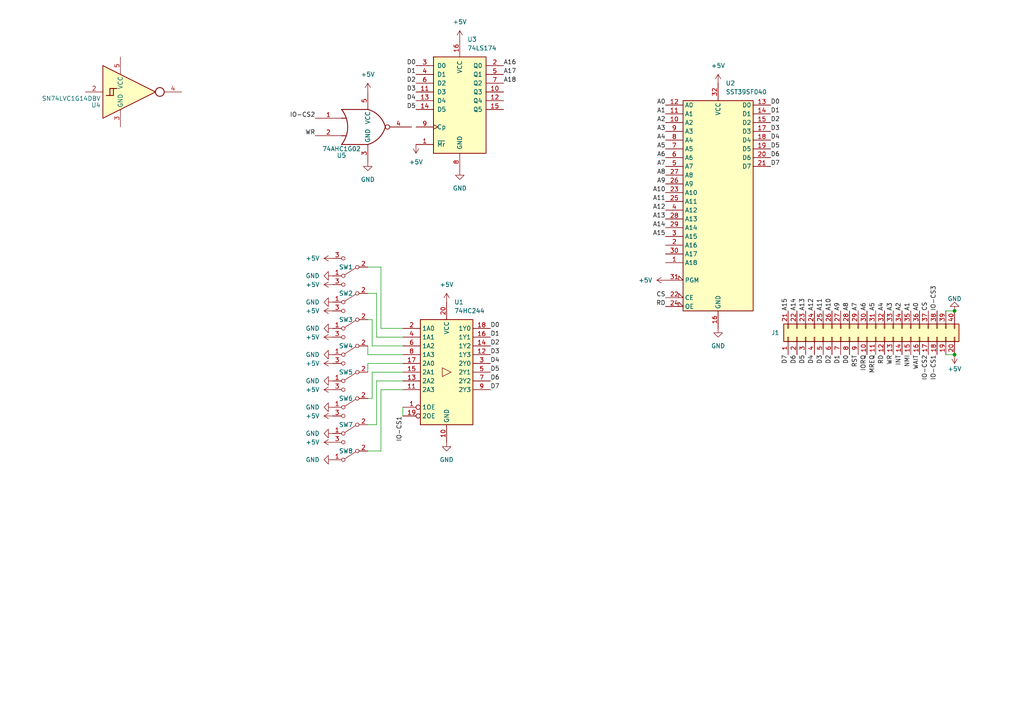
<source format=kicad_sch>
(kicad_sch (version 20230121) (generator eeschema)
  (paper "A4")
  (lib_symbols
    (symbol "74xGxx:74AHC1G02"
      (property "Reference" "U" (at -2.54 3.81 0))
      (property "Value" "74AHC1G02" (at 0 -3.81 0))
      (symbol "74AHC1G02_0_1"
        (arc (start -7.62 -5.08) (mid -5.838 0) (end -7.62 5.08) (stroke (width 0.254)))
        (arc (start 0 -5.08) (mid 3.1986 -3.2054) (end 5.08 0) (stroke (width 0.254)))
        (polyline (pts (xy -7.62 -2.54) (xy -6.35 -2.54)) (stroke (width 0.254)) (fill (type background)))
        (polyline (pts (xy -7.62 2.54) (xy -6.35 2.54)) (stroke (width 0.254)) (fill (type background)))
        (polyline (pts (xy 0 -5.08) (xy -7.62 -5.08)) (stroke (width 0.254)) (fill (type background)))
        (polyline (pts (xy 0 5.08) (xy -7.62 5.08)) (stroke (width 0.254)) (fill (type background)))
        (arc (start 5.08 0) (mid 3.2238 3.2304) (end 0 5.08) (stroke (width 0.254)))
      )
      (symbol "74AHC1G02_1_1"
        (pin input line (at -15.24 2.54 0) (length 7.62) (name "~") (number "1"))
        (pin input line (at -15.24 -2.54 0) (length 7.62) (name "~") (number "2"))
        (pin power_in line (at 0 -10.16 90) (length 5.08) (name "GND") (number "3"))
        (pin output inverted (at 12.7 0 180) (length 7.62) (name "~") (number "4"))
        (pin power_in line (at 0 10.16 270) (length 5.08) (name "VCC") (number "5"))
      )
    )
    (symbol "74xGxx:SN74LVC1G14DBV"
      (property "Reference" "U" (at -5.08 10.16 0))
      (property "Value" "SN74LVC1G14DBV" (at 20.32 10.16 0))
      (symbol "SN74LVC1G14DBV_0_1"
        (polyline (pts (xy -2.032 1.016) (xy -1.016 1.016)) (stroke (width 0.254)) (fill (type background)))
        (polyline (pts (xy -5.08 7.62) (xy -5.08 -7.62) (xy 10.16 0) (xy -5.08 7.62)) (stroke (width 0.254)) (fill (type background)))
        (polyline (pts (xy -3.048 -1.016) (xy -3.048 1.016) (xy -2.032 1.016) (xy -2.032 -1.016) (xy -4.064 -1.016)) (stroke (width 0.254)) (fill (type background)))
        (circle (center 11.43 0) (radius 1.27) (stroke (width 0.254)))
      )
      (symbol "SN74LVC1G14DBV_1_1"
        (pin no_connect line (at 10.16 0 180) (length 5.08) hide (name "NC") (number "1"))
        (pin input line (at -10.16 0 0) (length 5.08) (name "~") (number "2"))
        (pin power_in line (at 0 -10.16 90) (length 5.08) (name "GND") (number "3"))
        (pin output line (at 17.78 0 180) (length 5.08) (name "~") (number "4"))
        (pin power_in line (at 0 10.16 270) (length 5.08) (name "VCC") (number "5"))
      )
    )
    (symbol "74xx:74HC244"
      (property "Reference" "U" (at -7.62 16.51 0))
      (property "Value" "74HC244" (at -7.62 -16.51 0))
      (symbol "74HC244_1_0"
        (polyline (pts (xy 1.27 0) (xy -1.27 1.27) (xy -1.27 -1.27) (xy 1.27 0)) (stroke (width 0.1524)))
        (pin input inverted (at -12.7 -10.16 0) (length 5.08) (name "1OE") (number "1"))
        (pin power_in line (at 0 -20.32 90) (length 5.08) (name "GND") (number "10"))
        (pin input line (at -12.7 -5.08 0) (length 5.08) (name "2A3") (number "11"))
        (pin tri_state line (at 12.7 5.08 180) (length 5.08) (name "1Y3") (number "12"))
        (pin input line (at -12.7 -2.54 0) (length 5.08) (name "2A2") (number "13"))
        (pin tri_state line (at 12.7 7.62 180) (length 5.08) (name "1Y2") (number "14"))
        (pin input line (at -12.7 0 0) (length 5.08) (name "2A1") (number "15"))
        (pin tri_state line (at 12.7 10.16 180) (length 5.08) (name "1Y1") (number "16"))
        (pin input line (at -12.7 2.54 0) (length 5.08) (name "2A0") (number "17"))
        (pin tri_state line (at 12.7 12.7 180) (length 5.08) (name "1Y0") (number "18"))
        (pin input inverted (at -12.7 -12.7 0) (length 5.08) (name "2OE") (number "19"))
        (pin input line (at -12.7 12.7 0) (length 5.08) (name "1A0") (number "2"))
        (pin power_in line (at 0 20.32 270) (length 5.08) (name "VCC") (number "20"))
        (pin tri_state line (at 12.7 2.54 180) (length 5.08) (name "2Y0") (number "3"))
        (pin input line (at -12.7 10.16 0) (length 5.08) (name "1A1") (number "4"))
        (pin tri_state line (at 12.7 0 180) (length 5.08) (name "2Y1") (number "5"))
        (pin input line (at -12.7 7.62 0) (length 5.08) (name "1A2") (number "6"))
        (pin tri_state line (at 12.7 -2.54 180) (length 5.08) (name "2Y2") (number "7"))
        (pin input line (at -12.7 5.08 0) (length 5.08) (name "1A3") (number "8"))
        (pin tri_state line (at 12.7 -5.08 180) (length 5.08) (name "2Y3") (number "9"))
      )
      (symbol "74HC244_1_1"
        (rectangle (start -7.62 15.24) (end 7.62 -15.24) (stroke (width 0.254)) (fill (type background)))
      )
    )
    (symbol "74xx:74LS174" (pin_names (offset 1.016))
      (property "Reference" "U" (at -7.62 13.97 0))
      (property "Value" "74LS174" (at -7.62 -16.51 0))
      (symbol "74LS174_1_0"
        (pin input line (at -12.7 -12.7 0) (length 5.08) (name "~{Mr}") (number "1"))
        (pin output line (at 12.7 2.54 180) (length 5.08) (name "Q3") (number "10"))
        (pin input line (at -12.7 2.54 0) (length 5.08) (name "D3") (number "11"))
        (pin output line (at 12.7 0 180) (length 5.08) (name "Q4") (number "12"))
        (pin input line (at -12.7 0 0) (length 5.08) (name "D4") (number "13"))
        (pin input line (at -12.7 -2.54 0) (length 5.08) (name "D5") (number "14"))
        (pin output line (at 12.7 -2.54 180) (length 5.08) (name "Q5") (number "15"))
        (pin power_in line (at 0 17.78 270) (length 5.08) (name "VCC") (number "16"))
        (pin output line (at 12.7 10.16 180) (length 5.08) (name "Q0") (number "2"))
        (pin input line (at -12.7 10.16 0) (length 5.08) (name "D0") (number "3"))
        (pin input line (at -12.7 7.62 0) (length 5.08) (name "D1") (number "4"))
        (pin output line (at 12.7 7.62 180) (length 5.08) (name "Q1") (number "5"))
        (pin input line (at -12.7 5.08 0) (length 5.08) (name "D2") (number "6"))
        (pin output line (at 12.7 5.08 180) (length 5.08) (name "Q2") (number "7"))
        (pin power_in line (at 0 -20.32 90) (length 5.08) (name "GND") (number "8"))
        (pin input clock (at -12.7 -7.62 0) (length 5.08) (name "Cp") (number "9"))
      )
      (symbol "74LS174_1_1"
        (rectangle (start -7.62 12.7) (end 7.62 -15.24) (stroke (width 0.254)) (fill (type background)))
      )
    )
    (symbol "Connector_Generic:Conn_02x20_Top_Bottom" (pin_names (offset 1.016) hide)
      (property "Reference" "J" (at 1.27 25.4 0))
      (property "Value" "Conn_02x20_Top_Bottom" (at 1.27 -27.94 0))
      (symbol "Conn_02x20_Top_Bottom_1_1"
        (rectangle (start -1.27 -25.273) (end 0 -25.527) (stroke (width 0.1524)))
        (rectangle (start -1.27 -22.733) (end 0 -22.987) (stroke (width 0.1524)))
        (rectangle (start -1.27 -20.193) (end 0 -20.447) (stroke (width 0.1524)))
        (rectangle (start -1.27 -17.653) (end 0 -17.907) (stroke (width 0.1524)))
        (rectangle (start -1.27 -15.113) (end 0 -15.367) (stroke (width 0.1524)))
        (rectangle (start -1.27 -12.573) (end 0 -12.827) (stroke (width 0.1524)))
        (rectangle (start -1.27 -10.033) (end 0 -10.287) (stroke (width 0.1524)))
        (rectangle (start -1.27 -7.493) (end 0 -7.747) (stroke (width 0.1524)))
        (rectangle (start -1.27 -4.953) (end 0 -5.207) (stroke (width 0.1524)))
        (rectangle (start -1.27 -2.413) (end 0 -2.667) (stroke (width 0.1524)))
        (rectangle (start -1.27 0.127) (end 0 -0.127) (stroke (width 0.1524)))
        (rectangle (start -1.27 2.667) (end 0 2.413) (stroke (width 0.1524)))
        (rectangle (start -1.27 5.207) (end 0 4.953) (stroke (width 0.1524)))
        (rectangle (start -1.27 7.747) (end 0 7.493) (stroke (width 0.1524)))
        (rectangle (start -1.27 10.287) (end 0 10.033) (stroke (width 0.1524)))
        (rectangle (start -1.27 12.827) (end 0 12.573) (stroke (width 0.1524)))
        (rectangle (start -1.27 15.367) (end 0 15.113) (stroke (width 0.1524)))
        (rectangle (start -1.27 17.907) (end 0 17.653) (stroke (width 0.1524)))
        (rectangle (start -1.27 20.447) (end 0 20.193) (stroke (width 0.1524)))
        (rectangle (start -1.27 22.987) (end 0 22.733) (stroke (width 0.1524)))
        (rectangle (start -1.27 24.13) (end 3.81 -26.67) (stroke (width 0.254)) (fill (type background)))
        (rectangle (start 3.81 -25.273) (end 2.54 -25.527) (stroke (width 0.1524)))
        (rectangle (start 3.81 -22.733) (end 2.54 -22.987) (stroke (width 0.1524)))
        (rectangle (start 3.81 -20.193) (end 2.54 -20.447) (stroke (width 0.1524)))
        (rectangle (start 3.81 -17.653) (end 2.54 -17.907) (stroke (width 0.1524)))
        (rectangle (start 3.81 -15.113) (end 2.54 -15.367) (stroke (width 0.1524)))
        (rectangle (start 3.81 -12.573) (end 2.54 -12.827) (stroke (width 0.1524)))
        (rectangle (start 3.81 -10.033) (end 2.54 -10.287) (stroke (width 0.1524)))
        (rectangle (start 3.81 -7.493) (end 2.54 -7.747) (stroke (width 0.1524)))
        (rectangle (start 3.81 -4.953) (end 2.54 -5.207) (stroke (width 0.1524)))
        (rectangle (start 3.81 -2.413) (end 2.54 -2.667) (stroke (width 0.1524)))
        (rectangle (start 3.81 0.127) (end 2.54 -0.127) (stroke (width 0.1524)))
        (rectangle (start 3.81 2.667) (end 2.54 2.413) (stroke (width 0.1524)))
        (rectangle (start 3.81 5.207) (end 2.54 4.953) (stroke (width 0.1524)))
        (rectangle (start 3.81 7.747) (end 2.54 7.493) (stroke (width 0.1524)))
        (rectangle (start 3.81 10.287) (end 2.54 10.033) (stroke (width 0.1524)))
        (rectangle (start 3.81 12.827) (end 2.54 12.573) (stroke (width 0.1524)))
        (rectangle (start 3.81 15.367) (end 2.54 15.113) (stroke (width 0.1524)))
        (rectangle (start 3.81 17.907) (end 2.54 17.653) (stroke (width 0.1524)))
        (rectangle (start 3.81 20.447) (end 2.54 20.193) (stroke (width 0.1524)))
        (rectangle (start 3.81 22.987) (end 2.54 22.733) (stroke (width 0.1524)))
        (pin passive line (at -5.08 22.86 0) (length 3.81) (name "Pin_1") (number "1"))
        (pin passive line (at -5.08 0 0) (length 3.81) (name "Pin_10") (number "10"))
        (pin passive line (at -5.08 -2.54 0) (length 3.81) (name "Pin_11") (number "11"))
        (pin passive line (at -5.08 -5.08 0) (length 3.81) (name "Pin_12") (number "12"))
        (pin passive line (at -5.08 -7.62 0) (length 3.81) (name "Pin_13") (number "13"))
        (pin passive line (at -5.08 -10.16 0) (length 3.81) (name "Pin_14") (number "14"))
        (pin passive line (at -5.08 -12.7 0) (length 3.81) (name "Pin_15") (number "15"))
        (pin passive line (at -5.08 -15.24 0) (length 3.81) (name "Pin_16") (number "16"))
        (pin passive line (at -5.08 -17.78 0) (length 3.81) (name "Pin_17") (number "17"))
        (pin passive line (at -5.08 -20.32 0) (length 3.81) (name "Pin_18") (number "18"))
        (pin passive line (at -5.08 -22.86 0) (length 3.81) (name "Pin_19") (number "19"))
        (pin passive line (at -5.08 20.32 0) (length 3.81) (name "Pin_2") (number "2"))
        (pin passive line (at -5.08 -25.4 0) (length 3.81) (name "Pin_20") (number "20"))
        (pin passive line (at 7.62 22.86 180) (length 3.81) (name "Pin_21") (number "21"))
        (pin passive line (at 7.62 20.32 180) (length 3.81) (name "Pin_22") (number "22"))
        (pin passive line (at 7.62 17.78 180) (length 3.81) (name "Pin_23") (number "23"))
        (pin passive line (at 7.62 15.24 180) (length 3.81) (name "Pin_24") (number "24"))
        (pin passive line (at 7.62 12.7 180) (length 3.81) (name "Pin_25") (number "25"))
        (pin passive line (at 7.62 10.16 180) (length 3.81) (name "Pin_26") (number "26"))
        (pin passive line (at 7.62 7.62 180) (length 3.81) (name "Pin_27") (number "27"))
        (pin passive line (at 7.62 5.08 180) (length 3.81) (name "Pin_28") (number "28"))
        (pin passive line (at 7.62 2.54 180) (length 3.81) (name "Pin_29") (number "29"))
        (pin passive line (at -5.08 17.78 0) (length 3.81) (name "Pin_3") (number "3"))
        (pin passive line (at 7.62 0 180) (length 3.81) (name "Pin_30") (number "30"))
        (pin passive line (at 7.62 -2.54 180) (length 3.81) (name "Pin_31") (number "31"))
        (pin passive line (at 7.62 -5.08 180) (length 3.81) (name "Pin_32") (number "32"))
        (pin passive line (at 7.62 -7.62 180) (length 3.81) (name "Pin_33") (number "33"))
        (pin passive line (at 7.62 -10.16 180) (length 3.81) (name "Pin_34") (number "34"))
        (pin passive line (at 7.62 -12.7 180) (length 3.81) (name "Pin_35") (number "35"))
        (pin passive line (at 7.62 -15.24 180) (length 3.81) (name "Pin_36") (number "36"))
        (pin passive line (at 7.62 -17.78 180) (length 3.81) (name "Pin_37") (number "37"))
        (pin passive line (at 7.62 -20.32 180) (length 3.81) (name "Pin_38") (number "38"))
        (pin passive line (at 7.62 -22.86 180) (length 3.81) (name "Pin_39") (number "39"))
        (pin passive line (at -5.08 15.24 0) (length 3.81) (name "Pin_4") (number "4"))
        (pin passive line (at 7.62 -25.4 180) (length 3.81) (name "Pin_40") (number "40"))
        (pin passive line (at -5.08 12.7 0) (length 3.81) (name "Pin_5") (number "5"))
        (pin passive line (at -5.08 10.16 0) (length 3.81) (name "Pin_6") (number "6"))
        (pin passive line (at -5.08 7.62 0) (length 3.81) (name "Pin_7") (number "7"))
        (pin passive line (at -5.08 5.08 0) (length 3.81) (name "Pin_8") (number "8"))
        (pin passive line (at -5.08 2.54 0) (length 3.81) (name "Pin_9") (number "9"))
      )
    )
    (symbol "Memory_Flash:SST39SF040"
      (property "Reference" "U" (at 2.54 33.02 0))
      (property "Value" "SST39SF040" (at 0 -30.48 0))
      (symbol "SST39SF040_0_0"
        (pin power_in line (at 0 -34.29 90) (length 5.08) (name "GND") (number "16"))
        (pin power_in line (at 0 36.83 270) (length 5.08) (name "VCC") (number "32"))
      )
      (symbol "SST39SF040_0_1"
        (rectangle (start -10.16 31.75) (end 10.16 -29.21) (stroke (width 0.254)) (fill (type background)))
      )
      (symbol "SST39SF040_1_1"
        (pin input line (at -15.24 -15.24 0) (length 5.08) (name "A18") (number "1"))
        (pin input line (at -15.24 25.4 0) (length 5.08) (name "A2") (number "10"))
        (pin input line (at -15.24 27.94 0) (length 5.08) (name "A1") (number "11"))
        (pin input line (at -15.24 30.48 0) (length 5.08) (name "A0") (number "12"))
        (pin tri_state line (at 15.24 30.48 180) (length 5.08) (name "D0") (number "13"))
        (pin tri_state line (at 15.24 27.94 180) (length 5.08) (name "D1") (number "14"))
        (pin tri_state line (at 15.24 25.4 180) (length 5.08) (name "D2") (number "15"))
        (pin tri_state line (at 15.24 22.86 180) (length 5.08) (name "D3") (number "17"))
        (pin tri_state line (at 15.24 20.32 180) (length 5.08) (name "D4") (number "18"))
        (pin tri_state line (at 15.24 17.78 180) (length 5.08) (name "D5") (number "19"))
        (pin input line (at -15.24 -10.16 0) (length 5.08) (name "A16") (number "2"))
        (pin tri_state line (at 15.24 15.24 180) (length 5.08) (name "D6") (number "20"))
        (pin tri_state line (at 15.24 12.7 180) (length 5.08) (name "D7") (number "21"))
        (pin input input_low (at -15.24 -25.4 0) (length 5.08) (name "CE") (number "22"))
        (pin input line (at -15.24 5.08 0) (length 5.08) (name "A10") (number "23"))
        (pin input input_low (at -15.24 -27.94 0) (length 5.08) (name "OE") (number "24"))
        (pin input line (at -15.24 2.54 0) (length 5.08) (name "A11") (number "25"))
        (pin input line (at -15.24 7.62 0) (length 5.08) (name "A9") (number "26"))
        (pin input line (at -15.24 10.16 0) (length 5.08) (name "A8") (number "27"))
        (pin input line (at -15.24 -2.54 0) (length 5.08) (name "A13") (number "28"))
        (pin input line (at -15.24 -5.08 0) (length 5.08) (name "A14") (number "29"))
        (pin input line (at -15.24 -7.62 0) (length 5.08) (name "A15") (number "3"))
        (pin input line (at -15.24 -12.7 0) (length 5.08) (name "A17") (number "30"))
        (pin input input_low (at -15.24 -20.32 0) (length 5.08) (name "PGM") (number "31"))
        (pin input line (at -15.24 0 0) (length 5.08) (name "A12") (number "4"))
        (pin input line (at -15.24 12.7 0) (length 5.08) (name "A7") (number "5"))
        (pin input line (at -15.24 15.24 0) (length 5.08) (name "A6") (number "6"))
        (pin input line (at -15.24 17.78 0) (length 5.08) (name "A5") (number "7"))
        (pin input line (at -15.24 20.32 0) (length 5.08) (name "A4") (number "8"))
        (pin input line (at -15.24 22.86 0) (length 5.08) (name "A3") (number "9"))
      )
    )
    (symbol "Switch:SW_SPDT" (pin_names (offset 0) hide)
      (property "Reference" "SW" (at 0 4.318 0))
      (property "Value" "SW_SPDT" (at 0 -5.08 0))
      (symbol "SW_SPDT_0_0"
        (circle (center -2.032 0) (radius 0.508))
        (circle (center 2.032 -2.54) (radius 0.508))
      )
      (symbol "SW_SPDT_0_1"
        (polyline (pts (xy -1.524 0.254) (xy 1.651 2.286)))
        (circle (center 2.032 2.54) (radius 0.508))
      )
      (symbol "SW_SPDT_1_1"
        (pin passive line (at 5.08 2.54 180) (length 2.54) (name "A") (number "1"))
        (pin passive line (at -5.08 0 0) (length 2.54) (name "B") (number "2"))
        (pin passive line (at 5.08 -2.54 180) (length 2.54) (name "C") (number "3"))
      )
    )
    (symbol "power:+5V" (power) (pin_names (offset 0))
      (property "Value" "+5V" (at 0 3.556 0))
      (symbol "+5V_0_1"
        (polyline (pts (xy -0.762 1.27) (xy 0 2.54)))
        (polyline (pts (xy 0 0) (xy 0 2.54)))
        (polyline (pts (xy 0 2.54) (xy 0.762 1.27)))
      )
      (symbol "+5V_1_1"
        (pin power_in line (at 0 0 90) (length 0) hide (name "+5V") (number "1"))
      )
    )
    (symbol "power:GND" (power) (pin_names (offset 0))
      (property "Value" "GND" (at 0 -3.81 0))
      (symbol "GND_0_1"
        (polyline (pts (xy 0 0) (xy 0 -1.27) (xy 1.27 -1.27) (xy 0 -2.54) (xy -1.27 -1.27) (xy 0 -1.27)))
      )
      (symbol "GND_1_1"
        (pin power_in line (at 0 0 270) (length 0) hide (name "GND") (number "1"))
      )
    )
  )
  (junction (at 276.86 90.17))
  (junction (at 276.86 102.87))
  (wire (pts (xy 110.49 95.25) (xy 110.49 77.47)))
  (wire (pts (xy 107.95 107.95) (xy 107.95 115.57)))
  (wire (pts (xy 106.68 102.87) (xy 106.68 100.33)))
  (wire (pts (xy 116.84 118.11) (xy 116.84 120.65)))
  (wire (pts (xy 116.84 100.33) (xy 107.95 100.33)))
  (wire (pts (xy 274.32 102.87) (xy 276.86 102.87)))
  (wire (pts (xy 110.49 130.81) (xy 106.68 130.81)))
  (wire (pts (xy 109.22 85.09) (xy 106.68 85.09)))
  (wire (pts (xy 116.84 113.03) (xy 110.49 113.03)))
  (wire (pts (xy 116.84 110.49) (xy 109.22 110.49)))
  (wire (pts (xy 116.84 95.25) (xy 110.49 95.25)))
  (wire (pts (xy 274.32 90.17) (xy 276.86 90.17)))
  (wire (pts (xy 109.22 97.79) (xy 109.22 85.09)))
  (wire (pts (xy 109.22 110.49) (xy 109.22 123.19)))
  (wire (pts (xy 116.84 97.79) (xy 109.22 97.79)))
  (wire (pts (xy 116.84 105.41) (xy 106.68 105.41)))
  (wire (pts (xy 106.68 105.41) (xy 106.68 107.95)))
  (wire (pts (xy 116.84 107.95) (xy 107.95 107.95)))
  (wire (pts (xy 107.95 92.71) (xy 106.68 92.71)))
  (wire (pts (xy 110.49 113.03) (xy 110.49 130.81)))
  (wire (pts (xy 110.49 77.47) (xy 106.68 77.47)))
  (wire (pts (xy 116.84 102.87) (xy 106.68 102.87)))
  (wire (pts (xy 107.95 115.57) (xy 106.68 115.57)))
  (wire (pts (xy 109.22 123.19) (xy 106.68 123.19)))
  (wire (pts (xy 107.95 100.33) (xy 107.95 92.71)))
  (label "D4" (at 223.52 40.64 0))
  (label "A10" (at 193.04 55.88 180))
  (label "D1" (at 120.65 21.59 180))
  (label "A6" (at 251.46 90.17 90))
  (label "A13" (at 233.68 90.17 90))
  (label "A10" (at 241.3 90.17 90))
  (label "D5" (at 120.65 31.75 180))
  (label "A11" (at 238.76 90.17 90))
  (label "D2" (at 241.3 102.87 270))
  (label "D1" (at 243.84 102.87 270))
  (label "A4" (at 193.04 40.64 180))
  (label "D3" (at 223.52 38.1 0))
  (label "A15" (at 193.04 68.58 180))
  (label "D2" (at 142.24 100.33 0))
  (label "D4" (at 236.22 102.87 270))
  (label "A16" (at 146.05 19.05 0))
  (label "D5" (at 142.24 107.95 0))
  (label "D7" (at 142.24 113.03 0))
  (label "A7" (at 193.04 48.26 180))
  (label "A1" (at 193.04 33.02 180))
  (label "IO-CS2" (at 91.44 34.29 180))
  (label "A2" (at 261.62 90.17 90))
  (label "A3" (at 193.04 38.1 180))
  (label "D3" (at 238.76 102.87 270))
  (label "CS" (at 193.04 86.36 180))
  (label "A18" (at 146.05 24.13 0))
  (label "A15" (at 228.6 90.17 90))
  (label "IO-CS2" (at 269.24 102.87 270))
  (label "IO-CS3" (at 271.78 90.17 90))
  (label "A9" (at 193.04 53.34 180))
  (label "D0" (at 246.38 102.87 270))
  (label "A7" (at 248.92 90.17 90))
  (label "IO-CS1" (at 116.84 120.65 270))
  (label "RD" (at 256.54 102.87 270))
  (label "INT" (at 261.62 102.87 270))
  (label "A5" (at 254 90.17 90))
  (label "D7" (at 223.52 48.26 0))
  (label "D5" (at 233.68 102.87 270))
  (label "D2" (at 223.52 35.56 0))
  (label "IORQ" (at 251.46 102.87 270))
  (label "A17" (at 146.05 21.59 0))
  (label "D4" (at 120.65 29.21 180))
  (label "A8" (at 246.38 90.17 90))
  (label "D6" (at 142.24 110.49 0))
  (label "A13" (at 193.04 63.5 180))
  (label "A5" (at 193.04 43.18 180))
  (label "WR" (at 91.44 39.37 180))
  (label "D0" (at 223.52 30.48 0))
  (label "D0" (at 142.24 95.25 0))
  (label "RD" (at 193.04 88.9 180))
  (label "IO-CS1" (at 271.78 102.87 270))
  (label "WAIT" (at 266.7 102.87 270))
  (label "A4" (at 256.54 90.17 90))
  (label "A0" (at 266.7 90.17 90))
  (label "A12" (at 193.04 60.96 180))
  (label "WR" (at 259.08 102.87 270))
  (label "A0" (at 193.04 30.48 180))
  (label "A1" (at 264.16 90.17 90))
  (label "D4" (at 142.24 105.41 0))
  (label "D3" (at 120.65 26.67 180))
  (label "MREQ" (at 254 102.87 270))
  (label "A12" (at 236.22 90.17 90))
  (label "A14" (at 193.04 66.04 180))
  (label "A6" (at 193.04 45.72 180))
  (label "D1" (at 223.52 33.02 0))
  (label "A9" (at 243.84 90.17 90))
  (label "D1" (at 142.24 97.79 0))
  (label "A8" (at 193.04 50.8 180))
  (label "D2" (at 120.65 24.13 180))
  (label "A14" (at 231.14 90.17 90))
  (label "NMI" (at 264.16 102.87 270))
  (label "RST" (at 248.92 102.87 270))
  (label "D6" (at 231.14 102.87 270))
  (label "D5" (at 223.52 43.18 0))
  (label "D3" (at 142.24 102.87 0))
  (label "A2" (at 193.04 35.56 180))
  (label "D0" (at 120.65 19.05 180))
  (label "A3" (at 259.08 90.17 90))
  (label "D7" (at 228.6 102.87 270))
  (label "D6" (at 223.52 45.72 0))
  (label "CS" (at 269.24 90.17 90))
  (label "A11" (at 193.04 58.42 180))
  (symbol (lib_id "power:+5V") (at 96.52 82.55 90) (unit 1)
    (property "Reference" "#PWR019" (effects hide))
    (property "Value" "+5V" (at 92.71 82.55 90) (effects (justify left)))
  )
  (symbol (lib_id "Switch:SW_SPDT") (at 101.6 77.47 180) (unit 1)
    (property "Reference" "SW1" (at 100.33 77.47 0))
    (property "Value" "SW_SPDT" (effects hide))
    (property "Footprint" "Jumper:SolderJumper-3_P1.3mm_Open_Pad1.0x1.5mm" (effects hide))
  )
  (symbol (lib_id "power:+5V") (at 96.52 113.03 90) (unit 1)
    (property "Reference" "#PWR023" (effects hide))
    (property "Value" "+5V" (at 92.71 113.03 90) (effects (justify left)))
  )
  (symbol (lib_id "power:+5V") (at 96.52 120.65 90) (unit 1)
    (property "Reference" "#PWR024" (effects hide))
    (property "Value" "+5V" (at 92.71 120.65 90) (effects (justify left)))
  )
  (symbol (lib_id "power:+5V") (at 276.86 102.87 180) (unit 1)
    (property "Reference" "#PWR04" (effects hide))
    (property "Value" "+5V" (at 276.86 107.0055 0))
  )
  (symbol (lib_id "power:GND") (at 96.52 80.01 270) (unit 1)
    (property "Reference" "#PWR010" (effects hide))
    (property "Value" "GND" (at 92.71 80.01 90) (effects (justify right)))
  )
  (symbol (lib_id "power:+5V") (at 106.68 26.67 0) (unit 1)
    (property "Reference" "#PWR026" (effects hide))
    (property "Value" "+5V" (at 106.68 21.59 0))
  )
  (symbol (lib_id "power:+5V") (at 96.52 90.17 90) (unit 1)
    (property "Reference" "#PWR020" (effects hide))
    (property "Value" "+5V" (at 92.71 90.17 90) (effects (justify left)))
  )
  (symbol (lib_id "power:GND") (at 96.52 102.87 270) (unit 1)
    (property "Reference" "#PWR013" (effects hide))
    (property "Value" "GND" (at 92.71 102.87 90) (effects (justify right)))
  )
  (symbol (lib_id "power:GND") (at 96.52 125.73 270) (unit 1)
    (property "Reference" "#PWR016" (effects hide))
    (property "Value" "GND" (at 92.71 125.73 90) (effects (justify right)))
  )
  (symbol (lib_id "Switch:SW_SPDT") (at 101.6 130.81 180) (unit 1)
    (property "Reference" "SW8" (at 100.33 130.81 0))
    (property "Value" "SW_SPDT" (effects hide))
    (property "Footprint" "Jumper:SolderJumper-3_P1.3mm_Open_Pad1.0x1.5mm" (effects hide))
  )
  (symbol (lib_id "power:+5V") (at 96.52 128.27 90) (unit 1)
    (property "Reference" "#PWR025" (effects hide))
    (property "Value" "+5V" (at 92.71 128.27 90) (effects (justify left)))
  )
  (symbol (lib_id "power:+5V") (at 208.28 24.13 0) (unit 1)
    (property "Reference" "#PWR06" (effects hide))
    (property "Value" "+5V" (at 208.28 19.05 0))
  )
  (symbol (lib_id "74xGxx:74AHC1G02") (at 106.68 36.83 0) (unit 1)
    (property "Reference" "U5" (at 99.06 45.085 0))
    (property "Value" "74AHC1G02" (at 99.06 43.18 0))
    (property "Datasheet" "http://www.ti.com/lit/sg/scyt129e/scyt129e.pdf" (effects hide))
  )
  (symbol (lib_id "Memory_Flash:SST39SF040") (at 208.28 60.96 0) (unit 1)
    (property "Reference" "U2" (at 210.4741 24.13 0) (effects (justify left)))
    (property "Value" "SST39SF040" (at 210.4741 26.67 0) (effects (justify left)))
    (property "Datasheet" "http://ww1.microchip.com/downloads/en/DeviceDoc/25022B.pdf" (effects hide))
  )
  (symbol (lib_id "power:GND") (at 96.52 95.25 270) (unit 1)
    (property "Reference" "#PWR012" (effects hide))
    (property "Value" "GND" (at 92.71 95.25 90) (effects (justify right)))
  )
  (symbol (lib_id "power:+5V") (at 96.52 74.93 90) (unit 1)
    (property "Reference" "#PWR018" (effects hide))
    (property "Value" "+5V" (at 92.71 74.93 90) (effects (justify left)))
  )
  (symbol (lib_id "power:GND") (at 133.35 49.53 0) (unit 1)
    (property "Reference" "#PWR07" (effects hide))
    (property "Value" "GND" (at 133.35 54.61 0))
  )
  (symbol (lib_id "Switch:SW_SPDT") (at 101.6 115.57 180) (unit 1)
    (property "Reference" "SW6" (at 100.33 115.57 0))
    (property "Value" "SW_SPDT" (effects hide))
    (property "Footprint" "Jumper:SolderJumper-3_P1.3mm_Open_Pad1.0x1.5mm" (effects hide))
  )
  (symbol (lib_id "74xGxx:SN74LVC1G14DBV") (at 34.925 26.67 0) (unit 1)
    (property "Reference" "U4" (at 29.21 30.48 0) (effects (justify right)))
    (property "Value" "SN74LVC1G14DBV" (at 29.21 28.575 0) (effects (justify right)))
    (property "Footprint" "Package_TO_SOT_SMD:SOT-23-5" (effects hide))
    (property "Datasheet" "http://www.ti.com/lit/ds/symlink/sn74lvc1g14.pdf" (effects hide))
  )
  (symbol (lib_id "Switch:SW_SPDT") (at 101.6 85.09 180) (unit 1)
    (property "Reference" "SW2" (at 100.33 85.09 0))
    (property "Value" "SW_SPDT" (effects hide))
    (property "Footprint" "Jumper:SolderJumper-3_P1.3mm_Open_Pad1.0x1.5mm" (effects hide))
  )
  (symbol (lib_id "power:GND") (at 96.52 110.49 270) (unit 1)
    (property "Reference" "#PWR014" (effects hide))
    (property "Value" "GND" (at 92.71 110.49 90) (effects (justify right)))
  )
  (symbol (lib_id "Switch:SW_SPDT") (at 101.6 100.33 180) (unit 1)
    (property "Reference" "SW4" (at 100.33 100.33 0))
    (property "Value" "SW_SPDT" (effects hide))
    (property "Footprint" "Jumper:SolderJumper-3_P1.3mm_Open_Pad1.0x1.5mm" (effects hide))
  )
  (symbol (lib_id "Connector_Generic:Conn_02x20_Top_Bottom") (at 251.46 97.79 90) (unit 1)
    (property "Reference" "J1" (at 226.06 96.52 90) (effects (justify left)))
    (property "Value" "Conn_02x20_Top_Bottom" (effects hide))
    (property "Footprint" "FX27-40S:40-pin-edgeconnector" (effects hide))
  )
  (symbol (lib_id "power:+5V") (at 129.54 87.63 0) (unit 1)
    (property "Reference" "#PWR01" (effects hide))
    (property "Value" "+5V" (at 129.54 82.55 0))
  )
  (symbol (lib_id "power:GND") (at 96.52 87.63 270) (unit 1)
    (property "Reference" "#PWR011" (effects hide))
    (property "Value" "GND" (at 92.71 87.63 90) (effects (justify right)))
  )
  (symbol (lib_id "power:+5V") (at 96.52 97.79 90) (unit 1)
    (property "Reference" "#PWR021" (effects hide))
    (property "Value" "+5V" (at 92.71 97.79 90) (effects (justify left)))
  )
  (symbol (lib_id "74xx:74LS174") (at 133.35 29.21 0) (unit 1)
    (property "Reference" "U3" (at 135.5441 11.43 0) (effects (justify left)))
    (property "Value" "74LS174" (at 135.5441 13.97 0) (effects (justify left)))
    (property "Datasheet" "http://www.ti.com/lit/gpn/sn74LS174" (effects hide))
  )
  (symbol (lib_id "power:+5V") (at 133.35 11.43 0) (unit 1)
    (property "Reference" "#PWR05" (effects hide))
    (property "Value" "+5V" (at 133.35 6.35 0))
  )
  (symbol (lib_id "power:GND") (at 96.52 133.35 270) (unit 1)
    (property "Reference" "#PWR017" (effects hide))
    (property "Value" "GND" (at 92.71 133.35 90) (effects (justify right)))
  )
  (symbol (lib_id "Switch:SW_SPDT") (at 101.6 92.71 180) (unit 1)
    (property "Reference" "SW3" (at 100.33 92.71 0))
    (property "Value" "SW_SPDT" (effects hide))
    (property "Footprint" "Jumper:SolderJumper-3_P1.3mm_Open_Pad1.0x1.5mm" (effects hide))
  )
  (symbol (lib_id "power:+5V") (at 193.04 81.28 90) (unit 1)
    (property "Reference" "#PWR09" (effects hide))
    (property "Value" "+5V" (at 189.23 81.28 90) (effects (justify left)))
  )
  (symbol (lib_id "power:GND") (at 129.54 128.27 0) (unit 1)
    (property "Reference" "#PWR02" (effects hide))
    (property "Value" "GND" (at 129.54 133.35 0))
  )
  (symbol (lib_id "power:+5V") (at 120.65 41.91 180) (unit 1)
    (property "Reference" "#PWR028" (effects hide))
    (property "Value" "+5V" (at 120.65 46.99 0))
  )
  (symbol (lib_id "power:GND") (at 96.52 118.11 270) (unit 1)
    (property "Reference" "#PWR015" (effects hide))
    (property "Value" "GND" (at 92.71 118.11 90) (effects (justify right)))
  )
  (symbol (lib_id "Switch:SW_SPDT") (at 101.6 123.19 180) (unit 1)
    (property "Reference" "SW7" (at 100.33 123.19 0))
    (property "Value" "SW_SPDT" (effects hide))
    (property "Footprint" "Jumper:SolderJumper-3_P1.3mm_Open_Pad1.0x1.5mm" (effects hide))
  )
  (symbol (lib_id "power:GND") (at 106.68 46.99 0) (unit 1)
    (property "Reference" "#PWR027" (effects hide))
    (property "Value" "GND" (at 106.68 52.07 0))
  )
  (symbol (lib_id "74xx:74HC244") (at 129.54 107.95 0) (unit 1)
    (property "Reference" "U1" (at 131.7341 87.63 0) (effects (justify left)))
    (property "Value" "74HC244" (at 131.7341 90.17 0) (effects (justify left)))
    (property "Datasheet" "https://assets.nexperia.com/documents/data-sheet/74HC_HCT244.pdf" (effects hide))
  )
  (symbol (lib_id "Switch:SW_SPDT") (at 101.6 107.95 180) (unit 1)
    (property "Reference" "SW5" (at 100.33 107.95 0))
    (property "Value" "SW_SPDT" (effects hide))
    (property "Footprint" "Jumper:SolderJumper-3_P1.3mm_Open_Pad1.0x1.5mm" (effects hide))
  )
  (symbol (lib_id "power:GND") (at 208.28 95.25 0) (unit 1)
    (property "Reference" "#PWR08" (effects hide))
    (property "Value" "GND" (at 208.28 100.33 0))
  )
  (symbol (lib_id "power:+5V") (at 96.52 105.41 90) (unit 1)
    (property "Reference" "#PWR022" (effects hide))
    (property "Value" "+5V" (at 92.71 105.41 90) (effects (justify left)))
  )
  (symbol (lib_id "power:GND") (at 276.86 90.17 180) (unit 1)
    (property "Reference" "#PWR03" (effects hide))
    (property "Value" "GND" (at 276.86 86.6681 0))
  )
)
</source>
